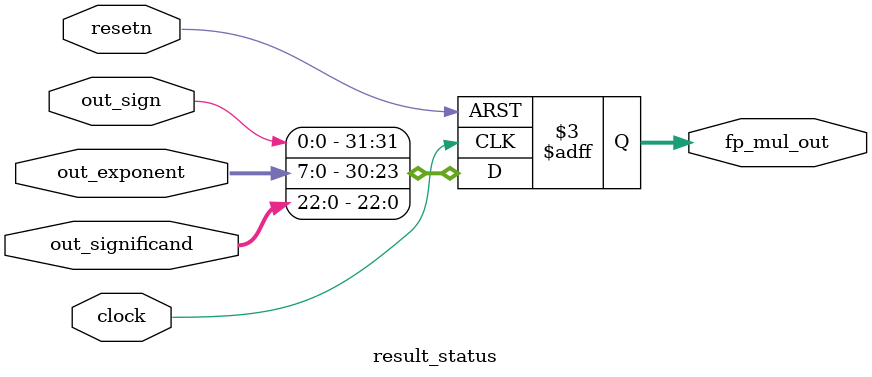
<source format=v>
module result_status(clock, resetn, out_sign, out_exponent, out_significand, fp_mul_out);
	input clock,resetn;
	
	input out_sign;
	input [7:0] out_exponent;
	input [23:0] out_significand;
	
	output reg [31:0] fp_mul_out;

	always@(posedge clock, negedge resetn) begin
		if(!resetn) begin
			fp_mul_out <= 0;
		end
		else begin
			fp_mul_out <= {out_sign, out_exponent, out_significand[22:0]};
		end
	end

endmodule 

</source>
